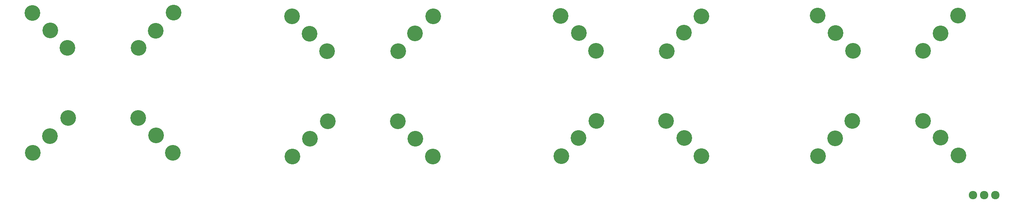
<source format=gbr>
G04 #@! TF.FileFunction,Soldermask,Bot*
%FSLAX46Y46*%
G04 Gerber Fmt 4.6, Leading zero omitted, Abs format (unit mm)*
G04 Created by KiCad (PCBNEW 4.0.6) date 05/08/17 10:58:46*
%MOMM*%
%LPD*%
G01*
G04 APERTURE LIST*
%ADD10C,0.100000*%
%ADD11C,2.940000*%
%ADD12C,3.575000*%
%ADD13C,1.924000*%
G04 APERTURE END LIST*
D10*
D11*
X225707100Y-117285900D03*
D12*
X225707100Y-117285900D03*
D11*
X249703100Y-117110900D03*
D12*
X249703100Y-117110900D03*
D11*
X249700100Y-93294900D03*
D12*
X249700100Y-93294900D03*
D11*
X225779100Y-93237900D03*
D12*
X225779100Y-93237900D03*
D11*
X245730100Y-113257900D03*
D12*
X245730100Y-113257900D03*
D11*
X229670100Y-113285900D03*
D12*
X229670100Y-113285900D03*
D11*
X245697100Y-97322900D03*
D12*
X245697100Y-97322900D03*
D11*
X229771100Y-97283900D03*
D12*
X229771100Y-97283900D03*
D11*
X253761100Y-121206900D03*
D12*
X253761100Y-121206900D03*
D11*
X221799100Y-121302900D03*
D12*
X221799100Y-121302900D03*
D11*
X253667100Y-89292900D03*
D12*
X253667100Y-89292900D03*
D11*
X221779100Y-89231900D03*
D12*
X221779100Y-89231900D03*
D11*
X191385100Y-93155900D03*
D12*
X191385100Y-93155900D03*
D11*
X167376100Y-117190900D03*
D12*
X167376100Y-117190900D03*
D11*
X171471100Y-113312900D03*
D12*
X171471100Y-113312900D03*
D11*
X187502100Y-97344900D03*
D12*
X187502100Y-97344900D03*
D11*
X195380100Y-89398900D03*
D12*
X195380100Y-89398900D03*
D11*
X163489100Y-121348900D03*
D12*
X163489100Y-121348900D03*
D11*
X130325100Y-117333900D03*
D12*
X130325100Y-117333900D03*
D11*
X106321100Y-117338900D03*
D12*
X106321100Y-117338900D03*
D11*
X130194100Y-93289900D03*
D12*
X130194100Y-93289900D03*
D11*
X106259100Y-93409900D03*
D12*
X106259100Y-93409900D03*
D11*
X126306100Y-113411900D03*
D12*
X126306100Y-113411900D03*
D11*
X110398100Y-113399900D03*
D12*
X110398100Y-113399900D03*
D11*
X126394100Y-97417900D03*
D12*
X126394100Y-97417900D03*
D11*
X110263100Y-97419900D03*
D12*
X110263100Y-97419900D03*
D11*
X134288100Y-121406900D03*
D12*
X134288100Y-121406900D03*
D11*
X102400100Y-121407900D03*
D12*
X102400100Y-121407900D03*
D11*
X134339100Y-89424900D03*
D12*
X134339100Y-89424900D03*
D11*
X102272100Y-89399900D03*
D12*
X102272100Y-89399900D03*
D11*
X71401300Y-116571300D03*
D12*
X71401300Y-116571300D03*
D11*
X47261300Y-116752300D03*
D12*
X47261300Y-116752300D03*
D11*
X71290300Y-92702300D03*
D12*
X71290300Y-92702300D03*
D11*
X47340300Y-92642300D03*
D12*
X47340300Y-92642300D03*
D11*
X67356300Y-112598300D03*
D12*
X67356300Y-112598300D03*
D11*
X51364300Y-112586300D03*
D12*
X51364300Y-112586300D03*
D11*
X67405300Y-96581300D03*
D12*
X67405300Y-96581300D03*
D11*
X51258300Y-96607300D03*
D12*
X51258300Y-96607300D03*
D11*
X43241300Y-88630300D03*
D12*
X43241300Y-88630300D03*
D11*
X43386300Y-120553300D03*
D12*
X43386300Y-120553300D03*
D11*
X75205300Y-120580300D03*
D12*
X75205300Y-120580300D03*
D11*
X75370300Y-88548300D03*
D12*
X75370300Y-88548300D03*
D11*
X187325100Y-113335900D03*
D12*
X187325100Y-113335900D03*
D11*
X171340500Y-97318500D03*
D12*
X171340500Y-97318500D03*
D11*
X167453500Y-93243700D03*
D12*
X167453500Y-93243700D03*
D11*
X191409300Y-117206700D03*
D12*
X191409300Y-117206700D03*
D11*
X163367300Y-89364100D03*
D12*
X163367300Y-89364100D03*
D11*
X195379300Y-121331900D03*
D12*
X195379300Y-121331900D03*
D13*
X262165100Y-130188900D03*
X259625100Y-130188900D03*
X257085100Y-130188900D03*
M02*

</source>
